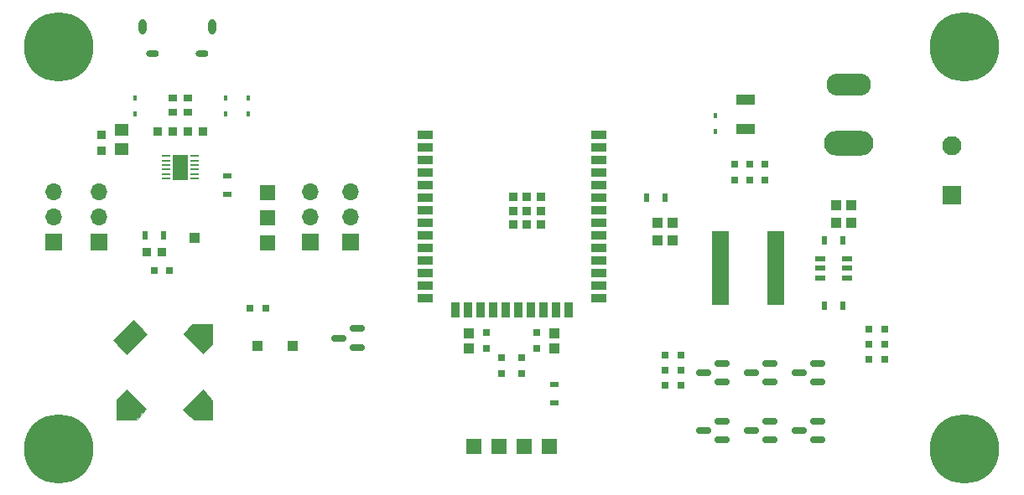
<source format=gbs>
G04 #@! TF.GenerationSoftware,KiCad,Pcbnew,(6.0.7)*
G04 #@! TF.CreationDate,2023-03-18T00:07:20-06:00*
G04 #@! TF.ProjectId,Base Station,42617365-2053-4746-9174-696f6e2e6b69,1.2*
G04 #@! TF.SameCoordinates,Original*
G04 #@! TF.FileFunction,Soldermask,Bot*
G04 #@! TF.FilePolarity,Negative*
%FSLAX46Y46*%
G04 Gerber Fmt 4.6, Leading zero omitted, Abs format (unit mm)*
G04 Created by KiCad (PCBNEW (6.0.7)) date 2023-03-18 00:07:20*
%MOMM*%
%LPD*%
G01*
G04 APERTURE LIST*
G04 Aperture macros list*
%AMRoundRect*
0 Rectangle with rounded corners*
0 $1 Rounding radius*
0 $2 $3 $4 $5 $6 $7 $8 $9 X,Y pos of 4 corners*
0 Add a 4 corners polygon primitive as box body*
4,1,4,$2,$3,$4,$5,$6,$7,$8,$9,$2,$3,0*
0 Add four circle primitives for the rounded corners*
1,1,$1+$1,$2,$3*
1,1,$1+$1,$4,$5*
1,1,$1+$1,$6,$7*
1,1,$1+$1,$8,$9*
0 Add four rect primitives between the rounded corners*
20,1,$1+$1,$2,$3,$4,$5,0*
20,1,$1+$1,$4,$5,$6,$7,0*
20,1,$1+$1,$6,$7,$8,$9,0*
20,1,$1+$1,$8,$9,$2,$3,0*%
G04 Aperture macros list end*
%ADD10C,0.010000*%
%ADD11R,0.900000X0.650000*%
%ADD12R,1.020000X1.000000*%
%ADD13R,1.000000X1.020000*%
%ADD14C,7.000000*%
%ADD15O,5.000000X2.500000*%
%ADD16O,4.500000X2.250000*%
%ADD17O,0.775000X1.550000*%
%ADD18O,1.300000X0.650000*%
%ADD19R,1.605000X1.605000*%
%ADD20R,1.700000X1.700000*%
%ADD21O,1.700000X1.700000*%
%ADD22R,1.950000X1.950000*%
%ADD23C,1.950000*%
%ADD24R,0.755599X0.799998*%
%ADD25R,0.799998X0.755599*%
%ADD26R,0.558800X0.889000*%
%ADD27R,0.355600X0.508000*%
%ADD28R,1.000000X1.000000*%
%ADD29RoundRect,0.150000X0.587500X0.150000X-0.587500X0.150000X-0.587500X-0.150000X0.587500X-0.150000X0*%
%ADD30R,0.890000X0.930000*%
%ADD31O,0.850000X0.250000*%
%ADD32R,1.650000X2.550000*%
%ADD33R,0.889000X0.558800*%
%ADD34R,1.470000X1.285000*%
%ADD35R,0.970000X0.900000*%
%ADD36R,1.905000X0.990600*%
%ADD37R,1.790700X7.493000*%
%ADD38R,1.003300X0.558800*%
%ADD39R,1.500000X0.900000*%
%ADD40R,0.900000X1.500000*%
%ADD41R,0.900000X0.900000*%
%ADD42R,0.960000X0.970000*%
G04 APERTURE END LIST*
G36*
X117344310Y-110117080D02*
G01*
X115305830Y-112155560D01*
X113903750Y-110703480D01*
X115942230Y-108665000D01*
X117344310Y-110117080D01*
G37*
D10*
X117344310Y-110117080D02*
X115305830Y-112155560D01*
X113903750Y-110703480D01*
X115942230Y-108665000D01*
X117344310Y-110117080D01*
G36*
X123953750Y-111103480D02*
G01*
X122951670Y-112055560D01*
X121013190Y-110117080D01*
X121915270Y-109065000D01*
X123953750Y-109065000D01*
X123953750Y-111103480D01*
G37*
X123953750Y-111103480D02*
X122951670Y-112055560D01*
X121013190Y-110117080D01*
X121915270Y-109065000D01*
X123953750Y-109065000D01*
X123953750Y-111103480D01*
G36*
X117244310Y-117662920D02*
G01*
X116292230Y-118765000D01*
X114253750Y-118765000D01*
X114253750Y-116726520D01*
X115305830Y-115724440D01*
X117244310Y-117662920D01*
G37*
X117244310Y-117662920D02*
X116292230Y-118765000D01*
X114253750Y-118765000D01*
X114253750Y-116726520D01*
X115305830Y-115724440D01*
X117244310Y-117662920D01*
G36*
X123953750Y-116826520D02*
G01*
X123953750Y-118765000D01*
X122015270Y-118765000D01*
X120913190Y-117762920D01*
X122951670Y-115724440D01*
X123953750Y-116826520D01*
G37*
X123953750Y-116826520D02*
X123953750Y-118765000D01*
X122015270Y-118765000D01*
X120913190Y-117762920D01*
X122951670Y-115724440D01*
X123953750Y-116826520D01*
D11*
X119961400Y-87654000D03*
X119961400Y-86204000D03*
X121434600Y-87654000D03*
X121434600Y-86204000D03*
D12*
X149860000Y-109985000D03*
X149860000Y-111503000D03*
X158496000Y-109985000D03*
X158496000Y-111503000D03*
D13*
X170434000Y-100643001D03*
X168916000Y-100643001D03*
X168916000Y-98865001D03*
X170434000Y-98865001D03*
X186940650Y-98865001D03*
X188458650Y-98865001D03*
X186940650Y-97087001D03*
X188458650Y-97087001D03*
D14*
X108458000Y-121666000D03*
D15*
X188214000Y-90836000D03*
D16*
X188214000Y-84836000D03*
D14*
X108458000Y-81026000D03*
X199898000Y-121666000D03*
D17*
X123896000Y-79017500D03*
D18*
X122896000Y-81717500D03*
X117896000Y-81717500D03*
D17*
X116896000Y-79017500D03*
D19*
X129540000Y-100838000D03*
X129540000Y-98298000D03*
X129540000Y-95758000D03*
D20*
X112522000Y-100808000D03*
D21*
X112522000Y-98268000D03*
X112522000Y-95728000D03*
D20*
X107950000Y-100808000D03*
D21*
X107950000Y-98268000D03*
X107950000Y-95728000D03*
D14*
X199898000Y-81026000D03*
D20*
X137922000Y-100823000D03*
D21*
X137922000Y-98283000D03*
X137922000Y-95743000D03*
D22*
X198628000Y-96012000D03*
D23*
X198628000Y-91012000D03*
D20*
X133858000Y-100823000D03*
D21*
X133858000Y-98283000D03*
X133858000Y-95743000D03*
D24*
X118079201Y-103708000D03*
X119634799Y-103708000D03*
D25*
X151638000Y-111521799D03*
X151638000Y-109966201D03*
X156718000Y-111521799D03*
X156718000Y-109966201D03*
D26*
X117182900Y-100076000D03*
X119037100Y-100076000D03*
D27*
X127556000Y-86255900D03*
X127556000Y-87856100D03*
D25*
X179724050Y-94487800D03*
X179724050Y-92932202D03*
D26*
X169600350Y-96266000D03*
X167746150Y-96266000D03*
D28*
X122174000Y-100330000D03*
D29*
X185087500Y-113029201D03*
X185087500Y-114929201D03*
X183212500Y-113979201D03*
D30*
X119946800Y-89596000D03*
X118406800Y-89596000D03*
D29*
X180261500Y-118907001D03*
X180261500Y-120807001D03*
X178386500Y-119857001D03*
D24*
X190230201Y-109585001D03*
X191785799Y-109585001D03*
X129301799Y-107442000D03*
X127746201Y-107442000D03*
D29*
X138605500Y-109540000D03*
X138605500Y-111440000D03*
X136730500Y-110490000D03*
D31*
X122150800Y-92093000D03*
X122150800Y-92543000D03*
X122150800Y-92993000D03*
X122150800Y-93443000D03*
X122150800Y-93893000D03*
X122150800Y-94343000D03*
X119250800Y-94343000D03*
X119250800Y-93893000D03*
X119250800Y-93443000D03*
X119250800Y-92993000D03*
X119250800Y-92543000D03*
X119250800Y-92093000D03*
D32*
X120700800Y-93218000D03*
D24*
X169672000Y-113776001D03*
X171227598Y-113776001D03*
D33*
X158436500Y-117005100D03*
X158436500Y-115150900D03*
D29*
X175435500Y-113029201D03*
X175435500Y-114929201D03*
X173560500Y-113979201D03*
X175435500Y-118907001D03*
X175435500Y-120807001D03*
X173560500Y-119857001D03*
D24*
X190230201Y-112633001D03*
X191785799Y-112633001D03*
D25*
X153162000Y-114061799D03*
X153162000Y-112506201D03*
D34*
X114808000Y-91354000D03*
X114808000Y-89408000D03*
D35*
X112776000Y-89961000D03*
X112776000Y-91531000D03*
D27*
X125270000Y-86255900D03*
X125270000Y-87856100D03*
D26*
X187617100Y-107247001D03*
X185762900Y-107247001D03*
D24*
X190230201Y-111109001D03*
X191785799Y-111109001D03*
D27*
X174752000Y-89611200D03*
X174752000Y-88011000D03*
D28*
X132080000Y-111252000D03*
D29*
X180261500Y-113029201D03*
X180261500Y-114929201D03*
X178386500Y-113979201D03*
D36*
X177800000Y-86372700D03*
X177800000Y-89369900D03*
D27*
X116126000Y-86255900D03*
X116126000Y-87856100D03*
D19*
X157988000Y-121412000D03*
X155448000Y-121412000D03*
X152908000Y-121412000D03*
X150368000Y-121412000D03*
D26*
X185756550Y-100643001D03*
X187610750Y-100643001D03*
D28*
X128524000Y-111252000D03*
D30*
X121448000Y-89596000D03*
X122988000Y-89596000D03*
D37*
X180848000Y-103437001D03*
X175247300Y-103437001D03*
D38*
X185331100Y-104387002D03*
X185331100Y-103437001D03*
X185331100Y-102487000D03*
X188036200Y-102487000D03*
X188036200Y-103437001D03*
X188036200Y-104387002D03*
D24*
X169672000Y-112252001D03*
X171227598Y-112252001D03*
D25*
X178200050Y-92932202D03*
X178200050Y-94487800D03*
D39*
X162928000Y-89916000D03*
X162928000Y-91186000D03*
X162928000Y-92456000D03*
X162928000Y-93726000D03*
X162928000Y-94996000D03*
X162928000Y-96266000D03*
X162928000Y-97536000D03*
X162928000Y-98806000D03*
X162928000Y-100076000D03*
X162928000Y-101346000D03*
X162928000Y-102616000D03*
X162928000Y-103886000D03*
X162928000Y-105156000D03*
X162928000Y-106426000D03*
D40*
X159893000Y-107676000D03*
X158623000Y-107676000D03*
X157353000Y-107676000D03*
X156083000Y-107676000D03*
X154813000Y-107676000D03*
X153543000Y-107676000D03*
X152273000Y-107676000D03*
X151003000Y-107676000D03*
X149733000Y-107676000D03*
X148463000Y-107676000D03*
D39*
X145428000Y-106426000D03*
X145428000Y-105156000D03*
X145428000Y-103886000D03*
X145428000Y-102616000D03*
X145428000Y-101346000D03*
X145428000Y-100076000D03*
X145428000Y-98806000D03*
X145428000Y-97536000D03*
X145428000Y-96266000D03*
X145428000Y-94996000D03*
X145428000Y-93726000D03*
X145428000Y-92456000D03*
X145428000Y-91186000D03*
X145428000Y-89916000D03*
D41*
X157078000Y-96236000D03*
X155678000Y-96236000D03*
X154278000Y-96236000D03*
X157078000Y-97636000D03*
X155678000Y-97636000D03*
X154278000Y-97636000D03*
X157078000Y-99036000D03*
X155678000Y-99036000D03*
X154278000Y-99036000D03*
D25*
X176676050Y-94487800D03*
X176676050Y-92932202D03*
D29*
X185087500Y-118907001D03*
X185087500Y-120807001D03*
X183212500Y-119857001D03*
D33*
X125476000Y-94068900D03*
X125476000Y-95923100D03*
D24*
X169672000Y-115300001D03*
X171227598Y-115300001D03*
D25*
X155194000Y-114061799D03*
X155194000Y-112506201D03*
D42*
X117340000Y-101795000D03*
X118850000Y-101795000D03*
M02*

</source>
